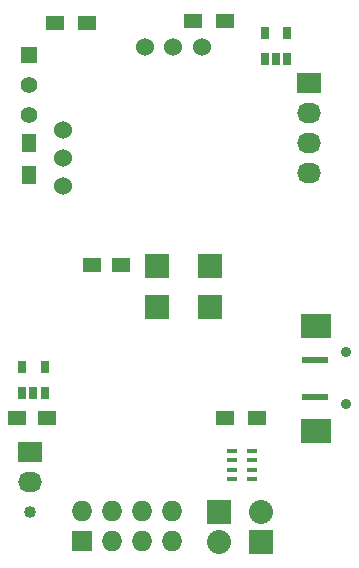
<source format=gts>
G04 #@! TF.FileFunction,Soldermask,Top*
%FSLAX46Y46*%
G04 Gerber Fmt 4.6, Leading zero omitted, Abs format (unit mm)*
G04 Created by KiCad (PCBNEW (after 2015-mar-04 BZR unknown)-product) date 22/05/2015 04:17:12*
%MOMM*%
G01*
G04 APERTURE LIST*
%ADD10C,0.100000*%
%ADD11R,1.500000X1.250000*%
%ADD12R,2.301240X0.500380*%
%ADD13R,2.499360X1.998980*%
%ADD14C,0.899160*%
%ADD15R,2.032000X2.032000*%
%ADD16O,2.032000X2.032000*%
%ADD17R,1.500000X1.300000*%
%ADD18R,1.300000X1.500000*%
%ADD19R,0.900000X0.400000*%
%ADD20R,1.397000X1.397000*%
%ADD21C,1.397000*%
%ADD22R,1.727200X1.727200*%
%ADD23O,1.727200X1.727200*%
%ADD24R,2.032000X1.727200*%
%ADD25O,2.032000X1.727200*%
%ADD26R,0.650000X1.060000*%
%ADD27C,1.016000*%
%ADD28C,1.524000*%
%ADD29R,2.000000X2.000000*%
G04 APERTURE END LIST*
D10*
D11*
X134310000Y-92610000D03*
X136810000Y-92610000D03*
D12*
X159510680Y-90860200D03*
X159510680Y-87659800D03*
D13*
X159609740Y-93710080D03*
X159609740Y-84809920D03*
D14*
X162109100Y-91459640D03*
X162109100Y-87060360D03*
D15*
X151360000Y-100610000D03*
D16*
X151360000Y-103150000D03*
D15*
X154960000Y-103110000D03*
D16*
X154960000Y-100570000D03*
D17*
X140160000Y-59160000D03*
X137460000Y-59160000D03*
D18*
X135310000Y-69360000D03*
X135310000Y-72060000D03*
D17*
X149160000Y-59010000D03*
X151860000Y-59010000D03*
X151910000Y-92610000D03*
X154610000Y-92610000D03*
D19*
X154210000Y-97010000D03*
X154210000Y-96210000D03*
X154210000Y-97810000D03*
X154210000Y-95410000D03*
X152510000Y-97810000D03*
X152510000Y-97010000D03*
X152510000Y-96210000D03*
X152510000Y-95410000D03*
D20*
X135310000Y-61870000D03*
D21*
X135310000Y-64410000D03*
X135310000Y-66950000D03*
D22*
X139810000Y-103060000D03*
D23*
X139810000Y-100520000D03*
X142350000Y-103060000D03*
X142350000Y-100520000D03*
X144890000Y-103060000D03*
X144890000Y-100520000D03*
X147430000Y-103060000D03*
X147430000Y-100520000D03*
D11*
X143110000Y-79660000D03*
X140610000Y-79660000D03*
D24*
X159010000Y-64260000D03*
D25*
X159010000Y-66800000D03*
X159010000Y-69340000D03*
X159010000Y-71880000D03*
D26*
X155265000Y-62175000D03*
X156215000Y-62175000D03*
X157165000Y-62175000D03*
X157165000Y-59975000D03*
X155265000Y-59975000D03*
X134710000Y-90510000D03*
X135660000Y-90510000D03*
X136610000Y-90510000D03*
X136610000Y-88310000D03*
X134710000Y-88310000D03*
D24*
X135360000Y-95510000D03*
D25*
X135360000Y-98050000D03*
D27*
X135360000Y-100590000D03*
D28*
X138210000Y-68210000D03*
X138210000Y-70610000D03*
X138210000Y-73010000D03*
X145110000Y-61210000D03*
X147510000Y-61210000D03*
X149910000Y-61210000D03*
D29*
X150610000Y-83235000D03*
X146110000Y-83235000D03*
X150610000Y-79735000D03*
X146110000Y-79735000D03*
M02*

</source>
